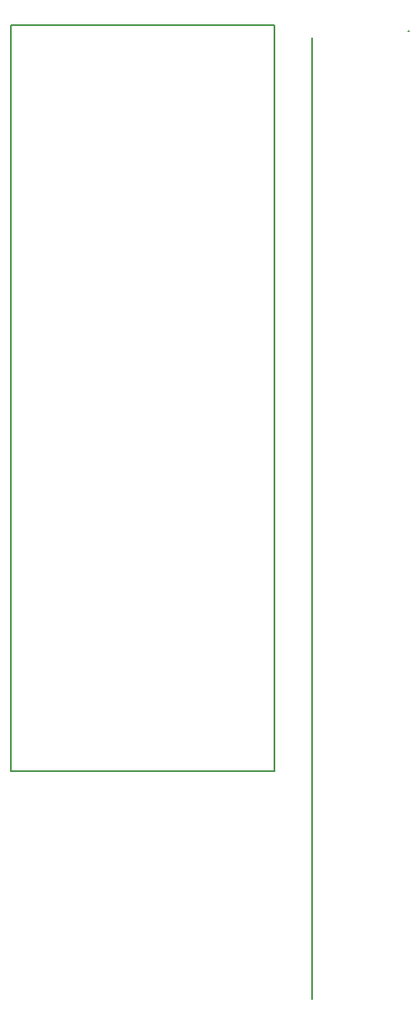
<source format=gbr>
G04 #@! TF.FileFunction,Legend,Bot*
%FSLAX46Y46*%
G04 Gerber Fmt 4.6, Leading zero omitted, Abs format (unit mm)*
G04 Created by KiCad (PCBNEW 4.0.7) date 08/04/18 16:12:32*
%MOMM*%
%LPD*%
G01*
G04 APERTURE LIST*
%ADD10C,0.100000*%
%ADD11C,0.200000*%
G04 APERTURE END LIST*
D10*
D11*
X85598000Y-30226000D02*
X85598000Y-127381000D01*
X55118000Y-104394000D02*
X55118000Y-28956000D01*
X81788000Y-104394000D02*
X55118000Y-104394000D01*
X81788000Y-28956000D02*
X81788000Y-104394000D01*
X55118000Y-28956000D02*
X81788000Y-28956000D01*
X95313500Y-29527500D02*
X95377000Y-29527500D01*
M02*

</source>
